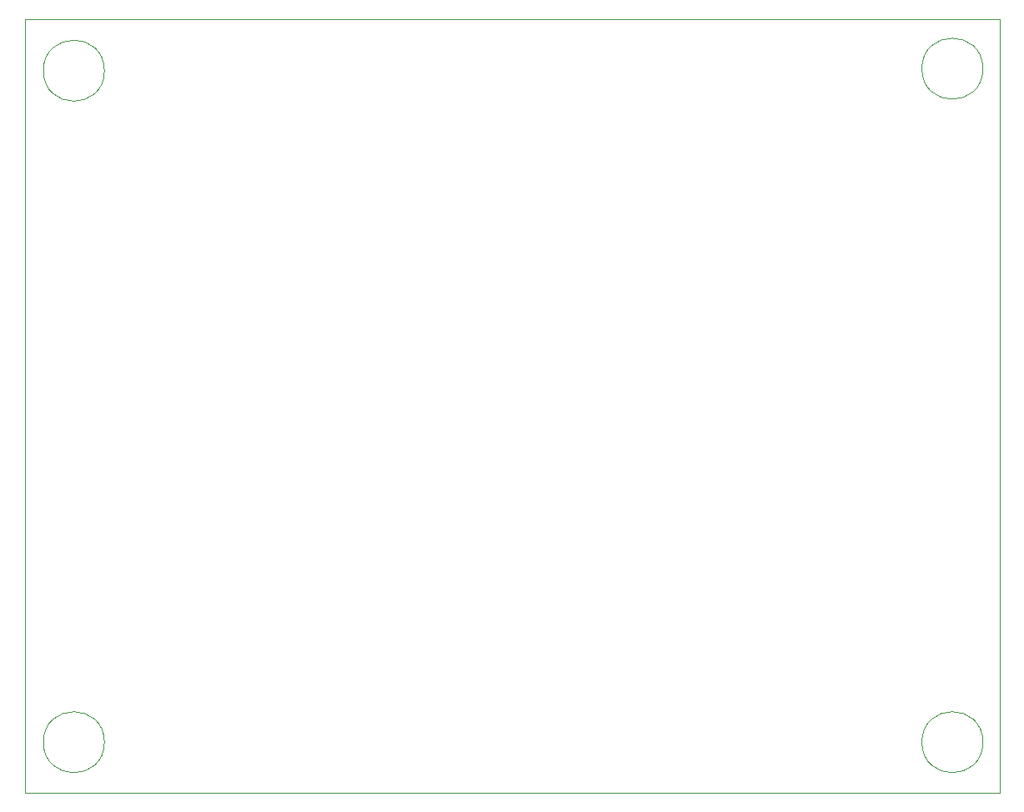
<source format=gbr>
%TF.GenerationSoftware,KiCad,Pcbnew,9.0.4*%
%TF.CreationDate,2025-09-09T23:04:07+09:00*%
%TF.ProjectId,Arm_Main,41726d5f-4d61-4696-9e2e-6b696361645f,rev?*%
%TF.SameCoordinates,Original*%
%TF.FileFunction,Profile,NP*%
%FSLAX46Y46*%
G04 Gerber Fmt 4.6, Leading zero omitted, Abs format (unit mm)*
G04 Created by KiCad (PCBNEW 9.0.4) date 2025-09-09 23:04:07*
%MOMM*%
%LPD*%
G01*
G04 APERTURE LIST*
%TA.AperFunction,Profile*%
%ADD10C,0.050000*%
%TD*%
G04 APERTURE END LIST*
D10*
X118000000Y-64900000D02*
G75*
G02*
X111800000Y-64900000I-3100000J0D01*
G01*
X111800000Y-64900000D02*
G75*
G02*
X118000000Y-64900000I3100000J0D01*
G01*
X207200000Y-133100000D02*
G75*
G02*
X201000000Y-133100000I-3100000J0D01*
G01*
X201000000Y-133100000D02*
G75*
G02*
X207200000Y-133100000I3100000J0D01*
G01*
X207200000Y-64700000D02*
G75*
G02*
X201000000Y-64700000I-3100000J0D01*
G01*
X201000000Y-64700000D02*
G75*
G02*
X207200000Y-64700000I3100000J0D01*
G01*
X118000000Y-133100000D02*
G75*
G02*
X111800000Y-133100000I-3100000J0D01*
G01*
X111800000Y-133100000D02*
G75*
G02*
X118000000Y-133100000I3100000J0D01*
G01*
X109900000Y-59700000D02*
X208900000Y-59700000D01*
X208900000Y-138200000D01*
X109900000Y-138200000D01*
X109900000Y-59700000D01*
M02*

</source>
